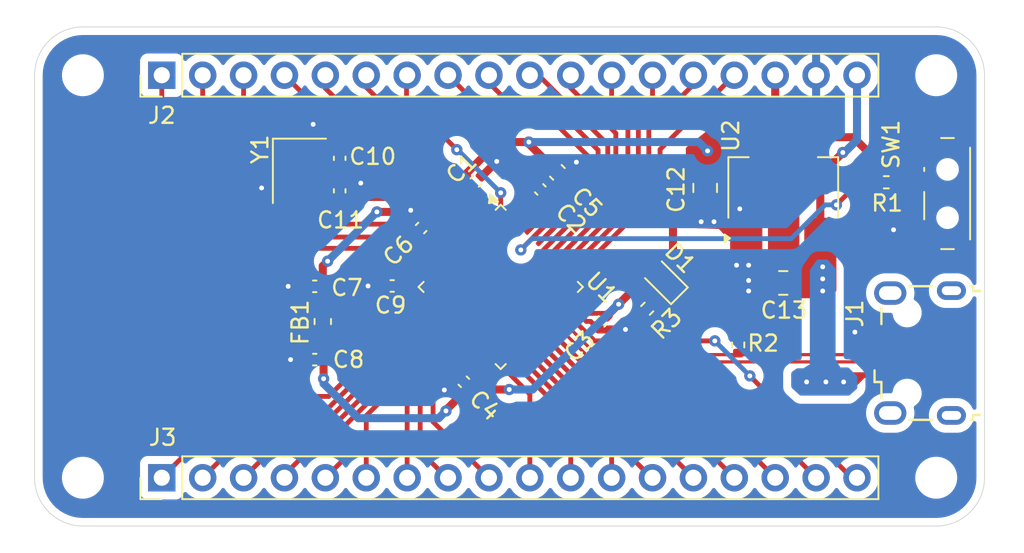
<source format=kicad_pcb>
(kicad_pcb (version 20241229) (generator "pcbnew") (generator_version "9.0")
  (layers (0 "F.Cu" signal) (2 "B.Cu" power) (13 "F.Paste" user) (15 "B.Paste" user) (5 "F.SilkS" user "F.Silkscreen") (7 "B.SilkS" user "B.Silkscreen") (1 "F.Mask" user) (3 "B.Mask" user) (25 "Edge.Cuts" user))
  (net 0 "")
  (net 1 "+3.3V")
  (net 2 "GND")
  (net 3 "+3.3VA")
  (net 4 "/NRST")
  (net 5 "/HSE_IN")
  (net 6 "/HSE_OUT")
  (net 7 "VBUS")
  (net 8 "/PWR_LED_K")
  (net 9 "/USB_D+")
  (net 10 "/USB_D-")
  (net 11 "/BOOT0")
  (net 12 "/SW_BOOT0")
  (net 18 "/PC15")
  (net 19 "/PB8")
  (net 20 "/PA0")
  (net 21 "/PC14")
  (net 22 "/PB6")
  (net 23 "/PB5")
  (net 24 "/PB9")
  (net 25 "/PA2")
  (net 26 "/PC13")
  (net 27 "/PB7")
  (net 28 "/PA15")
  (net 29 "/PA14")
  (net 30 "/PB4")
  (net 31 "/PB3")
  (net 32 "/PA1")
  (net 33 "/PA9")
  (net 34 "/PA7")
  (net 35 "/PA3")
  (net 36 "/PA8")
  (net 37 "/PB14")
  (net 38 "/PA6")
  (net 39 "/PB12")
  (net 40 "/PB15")
  (net 41 "/PB1")
  (net 42 "/PB2")
  (net 43 "/PA4")
  (net 44 "/PB11")
  (net 45 "/PB10")
  (net 46 "/PB13")
  (net 47 "/PA13")
  (net 48 "/PA10")
  (net 49 "/PA5")
  (net 50 "/PB0")
  (footprint "MountingHole:MountingHole_2.1mm" (layer "F.Cu") (at 83 114)
    (property "Reference" "H4" (hide yes))
    (property "Value" "MountingHole")
  )
  (footprint "Resistor_SMD:R_0402_1005Metric" (layer "F.Cu") (at 123.7 105.75 -90)
    (property "Reference" "R2")
    (property "Value" "1k5")
  )
  (footprint "Capacitor_SMD:C_0603_1608Metric" (layer "F.Cu") (at 112.471249 95.031909 -45)
    (property "Reference" "C5")
    (property "Value" "10u")
  )
  (footprint "Capacitor_SMD:C_0402_1005Metric" (layer "F.Cu") (at 97.4 102.112499 180)
    (property "Reference" "C7")
    (property "Value" "1u")
  )
  (footprint "Connector_PinHeader_2.54mm:PinHeader_1x18_P2.54mm_Vertical" (layer "F.Cu") (at 87.9 89 90)
    (property "Reference" "J2")
    (property "Value" "Conn_01x18")
  )
  (footprint "Package_QFP:LQFP-48_7x7mm_P0.5mm" (layer "F.Cu") (at 108.95 102.15 -45)
    (property "Reference" "U1")
    (property "Value" "STM32F103C8T6")
  )
  (footprint "MountingHole:MountingHole_2.1mm" (layer "F.Cu") (at 136 114)
    (property "Reference" "H3" (hide yes))
    (property "Value" "MountingHole")
  )
  (footprint "Connector_USB:USB_Micro-B_Wuerth_629105150521" (layer "F.Cu") (at 134.995 106.255 90)
    (property "Reference" "J1")
    (property "Value" "USB_B_Micro")
  )
  (footprint "Capacitor_SMD:C_0402_1005Metric" (layer "F.Cu") (at 98.95 96.18 90)
    (property "Reference" "C11")
    (property "Value" "10p")
  )
  (footprint "MountingHole:MountingHole_2.1mm" (layer "F.Cu") (at 83 89)
    (property "Reference" "H1" (hide yes))
    (property "Value" "MountingHole")
  )
  (footprint "MountingHole:MountingHole_2.1mm" (layer "F.Cu") (at 136 89)
    (property "Reference" "H2" (hide yes))
    (property "Value" "MountingHole")
  )
  (footprint "Connector_PinHeader_2.54mm:PinHeader_1x18_P2.54mm_Vertical" (layer "F.Cu") (at 87.9 114 90)
    (property "Reference" "J3")
    (property "Value" "Conn_01x18")
  )
  (footprint "Button_Switch_SMD:SW_SPDT_PCM12" (layer "F.Cu") (at 136.375 96.35 90)
    (property "Reference" "SW1")
    (property "Value" "SW_SPDT")
  )
  (footprint "Capacitor_SMD:C_0402_1005Metric" (layer "F.Cu") (at 102.210589 102.089411 180)
    (property "Reference" "C9")
    (property "Value" "100n")
  )
  (footprint "Capacitor_SMD:C_0402_1005Metric" (layer "F.Cu") (at 111.410589 96.092569 -45)
    (property "Reference" "C2")
    (property "Value" "100n")
  )
  (footprint "Capacitor_SMD:C_0402_1005Metric" (layer "F.Cu") (at 106.660589 108.039411 135)
    (property "Reference" "C4")
    (property "Value" "100n")
  )
  (footprint "Capacitor_SMD:C_0402_1005Metric" (layer "F.Cu") (at 98.95 94.16 90)
    (property "Reference" "C10")
    (property "Value" "10p")
  )
  (footprint "Resistor_SMD:R_0402_1005Metric" (layer "F.Cu") (at 118.05 103.5 -135)
    (property "Reference" "R3")
    (property "Value" "1k5")
  )
  (footprint "Package_TO_SOT_SMD:SOT-223-3_TabPin2" (layer "F.Cu") (at 126.5 96 90)
    (property "Reference" "U2")
    (property "Value" "AMS1117-3.3")
  )
  (footprint "Inductor_SMD:L_0603_1608Metric" (layer "F.Cu") (at 97.9 104.3 -90)
    (property "Reference" "FB1")
    (property "Value" "120R")
  )
  (footprint "Resistor_SMD:R_0402_1005Metric" (layer "F.Cu") (at 132.9 95.65 180)
    (property "Reference" "R1")
    (property "Value" "10k")
  )
  (footprint "Capacitor_SMD:C_0402_1005Metric" (layer "F.Cu") (at 115.210589 104.289411 -135)
    (property "Reference" "C3")
    (property "Value" "100n")
  )
  (footprint "Capacitor_SMD:C_0805_2012Metric" (layer "F.Cu") (at 121.65 96 -90)
    (property "Reference" "C12")
    (property "Value" "22u")
  )
  (footprint "Capacitor_SMD:C_0805_2012Metric" (layer "F.Cu") (at 126.5 101.9 180)
    (property "Reference" "C13")
    (property "Value" "22u")
  )
  (footprint "Crystal:Crystal_SMD_3225-4Pin_3.2x2.5mm" (layer "F.Cu") (at 96.45 94.94 -90)
    (property "Reference" "Y1")
    (property "Value" "16MHZ")
  )
  (footprint "LED_SMD:LED_0603_1608Metric" (layer "F.Cu") (at 119 101.65 135)
    (property "Reference" "D1")
    (property "Value" "BLUE")
  )
  (footprint "Capacitor_SMD:C_0402_1005Metric" (layer "F.Cu") (at 107.410589 95.589411 45)
    (property "Reference" "C1")
    (property "Value" "100n")
  )
  (footprint "Capacitor_SMD:C_0402_1005Metric" (layer "F.Cu") (at 104.010589 98.489411 45)
    (property "Reference" "C6")
    (property "Value" "10n")
  )
  (footprint "Capacitor_SMD:C_0402_1005Metric" (layer "F.Cu") (at 97.4 106.662499 180)
    (property "Reference" "C8")
    (property "Value" "1u")
  )
  (gr_arc (start 80 89) (mid 80.87868 86.87868) (end 83 86) (stroke (width 0.05)) (layer "Edge.Cuts"))
  (gr_arc (start 139 114) (mid 138.12132 116.12132) (end 136 117) (stroke (width 0.05)) (layer "Edge.Cuts"))
  (gr_line (start 80 114) (end 80 89) (stroke (width 0.05)) (layer "Edge.Cuts"))
  (gr_arc (start 136 86) (mid 138.12132 86.87868) (end 139 89) (stroke (width 0.05)) (layer "Edge.Cuts"))
  (gr_line (start 83 86) (end 136 86) (stroke (width 0.05)) (layer "Edge.Cuts"))
  (gr_line (start 83 117) (end 136 117) (stroke (width 0.05)) (layer "Edge.Cuts"))
  (gr_line (start 139 114) (end 139 89) (stroke (width 0.05)) (layer "Edge.Cuts"))
  (gr_arc (start 83 117) (mid 80.87868 116.12132) (end 80 114) (stroke (width 0.05)) (layer "Edge.Cuts"))
  (segment (start 111.410589 94.996553) (end 111.410589 95.413747) (width 0.5) (layer "F.Cu") (net 1))
  (segment (start 109.480025 108.519975) (end 107.141153 108.519975) (width 0.5) (layer "F.Cu") (net 1))
  (segment (start 107.021178 108.378822) (end 107 108.378822) (width 0.3) (layer "F.Cu") (net 1))
  (segment (start 110.710589 96.113747) (end 111.071178 95.753158) (width 0.3) (layer "F.Cu") (net 1))
  (segment (start 130.850001 92.850001) (end 126.5 92.850001) (width 0.5) (layer "F.Cu") (net 1))
  (segment (start 118.406847 101.093153) (end 116.275 103.225) (width 0.5) (layer "F.Cu") (net 1))
  (segment (start 110.7 93.15) (end 110.7 93.26066) (width 0.5) (layer "F.Cu") (net 1))
  (segment (start 114.478499 103.789411) (end 115.389411 103.789411) (width 0.3) (layer "F.Cu") (net 1))
  (segment (start 121.65 95.050001) (end 120.249999 95.050001) (width 0.5) (layer "F.Cu") (net 1))
  (segment (start 116.275 103.225) (end 116.275 103.160572) (width 0.5) (layer "F.Cu") (net 1))
  (segment (start 132.1 94.1) (end 130.850001 92.850001) (width 0.5) (layer "F.Cu") (net 1))
  (segment (start 111.923241 94.483901) (end 111.410589 94.996553) (width 0.5) (layer "F.Cu") (net 1))
  (segment (start 107.356805 107.632283) (end 107.356805 108.043195) (width 0.3) (layer "F.Cu") (net 1))
  (segment (start 97.9 105.087501) (end 97.9 106.642499) (width 0.5) (layer "F.Cu") (net 1))
  (segment (start 123.7 103.936306) (end 123.7 105.240001) (width 0.5) (layer "F.Cu") (net 1))
  (segment (start 109.46005 108.5) (end 109.480025 108.519975) (width 0.5) (layer "F.Cu") (net 1))
  (segment (start 110.543195 96.667717) (end 110.543197 96.667717) (width 0.3) (layer "F.Cu") (net 1))
  (segment (start 109.948788 97.262124) (end 110.543195 96.667717) (width 0.3) (layer "F.Cu") (net 1))
  (segment (start 107.356805 108.043195) (end 107.021178 108.378822) (width 0.3) (layer "F.Cu") (net 1))
  (segment (start 105.55 109.8) (end 106.971178 108.378822) (width 0.5) (layer "F.Cu") (net 1))
  (segment (start 107.510589 96.368233) (end 107.071178 95.928822) (width 0.3) (layer "F.Cu") (net 1))
  (segment (start 110.710589 96.500325) (end 110.710589 96.113747) (width 0.3) (layer "F.Cu") (net 1))
  (segment (start 115.389411 103.789411) (end 115.55 103.95) (width 0.3) (layer "F.Cu") (net 1))
  (segment (start 120.249999 95.050001) (end 119.65 95.65) (width 0.5) (layer "F.Cu") (net 1))
  (segment (start 113.837876 103.148788) (end 114.478499 103.789411) (width 0.3) (layer "F.Cu") (net 1))
  (segment (start 126 89) (end 126 92.350001) (width 0.5) (layer "F.Cu") (net 1))
  (segment (start 107.141153 108.519975) (end 107 108.378822) (width 0.5) (layer "F.Cu") (net 1))
  (segment (start 118.443153 101.093153) (end 118.406847 101.093153) (width 0.5) (layer "F.Cu") (net 1))
  (segment (start 116.275 103.225) (end 115.55 103.95) (width 0.5) (layer "F.Cu") (net 1))
  (segment (start 110.7 93.15) (end 108.775198 93.15) (width 0.5) (layer "F.Cu") (net 1))
  (segment (start 110.7 93.26066) (end 111.923241 94.483901) (width 0.5) (layer "F.Cu") (net 1))
  (segment (start 106.851975 95.709619) (end 107.071178 95.928822) (width 0.5) (layer "F.Cu") (net 1))
  (segment (start 97.95 107.85) (end 97.95 106.732499) (width 0.5) (layer "F.Cu") (net 1))
  (segment (start 97.88 106.73) (end 97.88 106.662499) (width 0.5) (layer "F.Cu") (net 1))
  (segment (start 119.65 95.65) (end 119.65 99.886306) (width 0.5) (layer "F.Cu") (net 1))
  (segment (start 134.945 94.1) (end 132.1 94.1) (width 0.5) (layer "F.Cu") (net 1))
  (segment (start 97.9 106.642499) (end 97.88 106.662499) (width 0.5) (layer "F.Cu") (net 1))
  (segment (start 105.55 109.85) (end 105.55 109.8) (width 0.5) (layer "F.Cu") (net 1))
  (segment (start 107.951212 97.262124) (end 107.510589 96.821501) (width 0.3) (layer "F.Cu") (net 1))
  (segment (start 108.775198 93.15) (end 106.851975 95.073223) (width 0.5) (layer "F.Cu") (net 1))
  (segment (start 107.510589 96.821501) (end 107.510589 96.368233) (width 0.3) (layer "F.Cu") (net 1))
  (segment (start 106.971178 108.378822) (end 107 108.378822) (width 0.5) (layer "F.Cu") (net 1))
  (segment (start 119.65 99.886306) (end 118.443153 101.093153) (width 0.5) (layer "F.Cu") (net 1))
  (segment (start 106.851975 95.073223) (end 106.851975 95.709619) (width 0.5) (layer "F.Cu") (net 1))
  (segment (start 126 92.350001) (end 126.5 92.850001) (width 0.5) (layer "F.Cu") (net 1))
  (segment (start 119.65 99.886306) (end 123.7 103.936306) (width 0.5) (layer "F.Cu") (net 1))
  (segment (start 97.95 106.732499) (end 97.88 106.662499) (width 0.5) (layer "F.Cu") (net 1))
  (segment (start 110.543197 96.667717) (end 110.710589 96.500325) (width 0.3) (layer "F.Cu") (net 1))
  (segment (start 111.410589 95.413747) (end 111.071178 95.753158) (width 0.5) (layer "F.Cu") (net 1))
  (segment (start 107.951212 107.037876) (end 107.356805 107.632283) (width 0.3) (layer "F.Cu") (net 1))
  (via (at 105.55 109.85) (size 0.7) (drill 0.3) (layers "F.Cu" "B.Cu") (net 1))
  (via (at 109.480025 108.519975) (size 0.7) (drill 0.3) (layers "F.Cu" "B.Cu") (net 1))
  (via (at 116.275 103.225) (size 0.7) (drill 0.3) (layers "F.Cu" "B.Cu") (net 1))
  (via (at 97.95 107.85) (size 0.7) (drill 0.3) (layers "F.Cu" "B.Cu") (net 1))
  (via (at 110.7 93.15) (size 0.7) (drill 0.3) (layers "F.Cu" "B.Cu") (net 1))
  (via (at 121.8 93.7) (size 0.7) (drill 0.3) (layers "F.Cu" "B.Cu") (net 1))
  (segment (start 97.95 108.15) (end 100.1 110.3) (width 0.5) (layer "B.Cu") (net 1))
  (segment (start 97.95 107.85) (end 97.95 108.15) (width 0.5) (layer "B.Cu") (net 1))
  (segment (start 110.930025 108.519975) (end 116.225 103.225) (width 0.5) (layer "B.Cu") (net 1))
  (segment (start 109.480025 108.519975) (end 110.930025 108.519975) (width 0.5) (layer "B.Cu") (net 1))
  (segment (start 121.25 93.15) (end 110.7 93.15) (width 0.5) (layer "B.Cu") (net 1))
  (segment (start 121.8 93.7) (end 121.25 93.15) (width 0.5) (layer "B.Cu") (net 1))
  (segment (start 116.225 103.225) (end 116.275 103.225) (width 0.5) (layer "B.Cu") (net 1))
  (segment (start 105.1 110.3) (end 105.55 109.85) (width 0.5) (layer "B.Cu") (net 1))
  (segment (start 100.1 110.3) (end 105.1 110.3) (width 0.5) (layer "B.Cu") (net 1))
  (segment (start 108.703285 94.353285) (end 107.80657 95.25) (width 0.5) (layer "F.Cu") (net 2))
  (segment (start 115.031767 104.789411) (end 114.871178 104.628822) (width 0.5) (layer "F.Cu") (net 2))
  (segment (start 113.484322 103.502342) (end 114.271391 104.289411) (width 0.3) (layer "F.Cu") (net 2))
  (segment (start 97.3 92.05) (end 97.3 93.84) (width 0.5) (layer "F.Cu") (net 2))
  (segment (start 104.610589 98.871249) (end 105.476338 99.736998) (width 0.3) (layer "F.Cu") (net 2))
  (segment (start 116.7 104.789411) (end 115.031767 104.789411) (width 0.5) (layer "F.Cu") (net 2))
  (segment (start 112.410589 96.189411) (end 112.410589 96.188585) (width 0.5) (layer "F.Cu") (net 2))
  (segment (start 111.292569 96.889411) (end 111.75 96.43198) (width 0.3) (layer "F.Cu") (net 2))
  (segment (start 103.588136 97.388136) (end 104.35 98.15) (width 0.5) (layer "F.Cu") (net 2))
  (segment (start 96.92 106.662499) (end 95.9 106.662499) (width 0.5) (layer "F.Cu") (net 2))
  (segment (start 114.271391 104.289411) (end 114.531767 104.289411) (width 0.3) (layer "F.Cu") (net 2))
  (segment (start 97.46 93.68) (end 97.3 93.84) (width 0.5) (layer "F.Cu") (net 2))
  (segment (start 107.597658 106.684322) (end 106.842569 107.439411) (width 0.3) (layer "F.Cu") (net 2))
  (segment (start 101.730589 102.089411) (end 100.710589 102.089411) (width 0.5) (layer "F.Cu") (net 2))
  (segment (start 106.581767 107.439411) (end 106.321178 107.7) (width 0.3) (layer "F.Cu") (net 2))
  (segment (start 98.95 93.68) (end 97.46 93.68) (width 0.5) (layer "F.Cu") (net 2))
  (segment (start 112.410589 96.189411) (end 111.992569 96.189411) (width 0.5) (layer "F.Cu") (net 2))
  (segment (start 110.302342 97.615678) (end 111.028609 96.889411) (width 0.3) (layer "F.Cu") (net 2))
  (segment (start 111.992569 96.189411) (end 111.75 96.43198) (width 0.5) (layer "F.Cu") (net 2))
  (segment (start 104.35 98.15) (end 104.610589 98.410589) (width 0.3) (layer "F.Cu") (net 2))
  (segment (start 94.1 96) (end 94.14 96.04) (width 0.5) (layer "F.Cu") (net 2))
  (segment (start 106.3 107.7) (end 105.45 108.55) (width 0.5) (layer "F.Cu") (net 2))
  (segment (start 112.410589 96.188585) (end 113.019257 95.579917) (width 0.5) (layer "F.Cu") (net 2))
  (segment (start 117.568163 103.921248) (end 116.7 104.789411) (width 0.5) (layer "F.Cu") (net 2))
  (segment (start 106.321178 107.7) (end 106.3 107.7) (width 0.5) (layer "F.Cu") (net 2))
  (segment (start 94.14 96.04) (end 95.6 96.04) (width 0.5) (layer "F.Cu") (net 2))
  (segment (start 103.361864 97.388136) (end 103.588136 97.388136) (width 0.5) (layer "F.Cu") (net 2))
  (segment (start 113.65 94.949174) (end 113.019257 95.579917) (width 0.5) (layer "F.Cu") (net 2))
  (segment (start 100.26 95.7) (end 98.95 95.7) (width 0.5) (layer "F.Cu") (net 2))
  (segment (start 96.92 102.112499) (end 95.75 102.112499) (width 0.5) (layer "F.Cu") (net 2))
  (segment (start 130.95 104.955) (end 133.095 104.955) (width 0.3) (layer "F.Cu") (net 2))
  (segment (start 106.842569 107.439411) (end 106.581767 107.439411) (width 0.3) (layer "F.Cu") (net 2))
  (segment (start 104.610589 98.410589) (end 104.610589 98.871249) (width 0.3) (layer "F.Cu") (net 2))
  (segment (start 107.80657 95.25) (end 107.75 95.25) (width 0.5) (layer "F.Cu") (net 2))
  (segment (start 113.65 94.4) (end 113.65 94.949174) (width 0.5) (layer "F.Cu") (net 2))
  (segment (start 133.35 98.6) (end 134.945 98.6) (width 0.5) (layer "F.Cu") (net 2))
  (segment (start 114.531767 104.289411) (end 114.871178 104.628822) (width 0.3) (layer "F.Cu") (net 2))
  (segment (start 111.028609 96.889411) (end 111.292569 96.889411) (width 0.3) (layer "F.Cu") (net 2))
  (via (at 108.703285 94.353285) (size 0.7) (drill 0.3) (layers "F.Cu" "B.Cu") (net 2))
  (via (at 123.6 100.8) (size 0.7) (drill 0.3) (layers "F.Cu" "B.Cu") (net 2))
  (via (at 121.4 98.1) (size 0.7) (drill 0.3) (layers "F.Cu" "B.Cu") (net 2))
  (via (at 94.1 96) (size 0.7) (drill 0.3) (layers "F.Cu" "B.Cu") (net 2))
  (via (at 100.710589 102.089411) (size 0.7) (drill 0.3) (layers "F.Cu" "B.Cu") (net 2))
  (via (at 97.3 92.05) (size 0.7) (drill 0.3) (layers "F.Cu" "B.Cu") (net 2))
  (via (at 124.35 100.8) (size 0.7) (drill 0.3) (layers "F.Cu" "B.Cu") (net 2))
  (via (at 103.361864 97.388136) (size 0.7) (drill 0.3) (layers "F.Cu" "B.Cu") (net 2))
  (via (at 95.9 106.662499) (size 0.7) (drill 0.3) (layers "F.Cu" "B.Cu") (net 2))
  (via (at 122.2 98.1) (size 0.7) (drill 0.3) (layers "F.Cu" "B.Cu") (net 2))
  (via (at 116.7 104.789411) (size 0.7) (drill 0.3) (layers "F.Cu" "B.Cu") (net 2))
  (via (at 105.45 108.55) (size 0.7) (drill 0.3) (layers "F.Cu" "B.Cu") (net 2))
  (via (at 133.35 98.6) (size 0.7) (drill 0.3) (layers "F.Cu" "B.Cu") (net 2))
  (via (at 124.35 102.4) (size 0.7) (drill 0.3) (layers "F.Cu" "B.Cu") (net 2))
  (via (at 113.65 94.4) (size 0.7) (drill 0.3) (layers "F.Cu" "B.Cu") (net 2))
  (via (at 100.26 95.7) (size 0.7) (drill 0.3) (layers "F.Cu" "B.Cu") (net 2))
  (via (at 123.8 97.3) (size 0.7) (drill 0.3) (layers "F.Cu" "B.Cu") (net 2))
  (via (at 95.75 102.112499) (size 0.7) (drill 0.3) (layers "F.Cu" "B.Cu") (net 2))
  (via (at 124.35 101.75) (size 0.7) (drill 0.3) (layers "F.Cu" "B.Cu") (net 2))
  (via (at 130.95 104.955) (size 0.7) (drill 0.3) (layers "F.Cu" "B.Cu") (net 2))
  (segment (start 97.9 103.512499) (end 97.9 102.132499) (width 0.5) (layer "F.Cu") (net 3))
  (segment (start 97.9 102.132499) (end 97.88 102.112499) (width 0.5) (layer "F.Cu") (net 3))
  (segment (start 102.331767 97.489411) (end 101.260589 97.489411) (width 0.5) (layer "F.Cu") (net 3))
  (segment (start 103.671178 98.828822) (end 102.331767 97.489411) (width 0.5) (layer "F.Cu") (net 3))
  (segment (start 97.9 100.85) (end 97.9 102.092499) (width 0.5) (layer "F.Cu") (net 3))
  (segment (start 98.2 100.55) (end 97.9 100.85) (width 0.5) (layer "F.Cu") (net 3))
  (segment (start 104.221645 99.189411) (end 105.122785 100.090551) (width 0.3) (layer "F.Cu") (net 3))
  (segment (start 103.671178 98.828822) (end 104.031767 99.189411) (width 0.3) (layer "F.Cu") (net 3))
  (segment (start 97.9 102.092499) (end 97.88 102.112499) (width 0.5) (layer "F.Cu") (net 3))
  (segment (start 104.031767 99.189411) (end 104.221645 99.189411) (width 0.3) (layer "F.Cu") (net 3))
  (via (at 98.2 100.55) (size 0.7) (drill 0.3) (layers "F.Cu" "B.Cu") (net 3))
  (via (at 101.260589 97.489411) (size 0.7) (drill 0.3) (layers "F.Cu" "B.Cu") (net 3))
  (segment (start 98.2 100.55) (end 101.260589 97.489411) (width 0.5) (layer "B.Cu") (net 3))
  (segment (start 102.690589 102.089411) (end 102.700351 102.099173) (width 0.3) (layer "F.Cu") (net 4))
  (segment (start 104.652121 102.099173) (end 106.424299 100.326995) (width 0.3) (layer "F.Cu") (net 4))
  (segment (start 102.700351 102.099173) (end 104.652121 102.099173) (width 0.3) (layer "F.Cu") (net 4))
  (segment (start 106.424299 99.977853) (end 105.829891 99.383445) (width 0.3) (layer "F.Cu") (net 4))
  (segment (start 106.424299 100.326995) (end 106.424299 99.977853) (width 0.3) (layer "F.Cu") (net 4))
  (segment (start 95.6 94.14) (end 95.6 93.84) (width 0.3) (layer "F.Cu") (net 5))
  (segment (start 98.95 94.64) (end 98.65 94.94) (width 0.3) (layer "F.Cu") (net 5))
  (segment (start 106.536998 98.676338) (end 106.536998 98.676337) (width 0.3) (layer "F.Cu") (net 5))
  (segment (start 106.536998 98.676338) (end 102.50066 94.64) (width 0.3) (layer "F.Cu") (net 5))
  (segment (start 96.4 94.94) (end 95.6 94.14) (width 0.3) (layer "F.Cu") (net 5))
  (segment (start 98.65 94.94) (end 96.4 94.94) (width 0.3) (layer "F.Cu") (net 5))
  (segment (start 102.50066 94.64) (end 98.95 94.64) (width 0.3) (layer "F.Cu") (net 5))
  (segment (start 106.183445 99.029891) (end 103.813554 96.66) (width 0.3) (layer "F.Cu") (net 6))
  (segment (start 103.813554 96.66) (end 98.95 96.66) (width 0.3) (layer "F.Cu") (net 6))
  (segment (start 97.92 96.66) (end 97.3 96.04) (width 0.3) (layer "F.Cu") (net 6))
  (segment (start 98.95 96.66) (end 97.92 96.66) (width 0.3) (layer "F.Cu") (net 6))
  (segment (start 128.8 95.2) (end 128.8 99.15) (width 0.5) (layer "F.Cu") (net 7))
  (segment (start 131.08 89) (end 131.1 89.02) (width 0.5) (layer "F.Cu") (net 7))
  (segment (start 130.2 93.8) (end 128.8 95.2) (width 0.5) (layer "F.Cu") (net 7))
  (via (at 128.95 100.9) (size 0.7) (drill 0.3) (layers "F.Cu" "B.Cu") (net 7))
  (via (at 128.95 101.65) (size 0.7) (drill 0.3) (layers "F.Cu" "B.Cu") (net 7))
  (via (at 130.25 108.05) (size 0.7) (drill 0.3) (layers "F.Cu" "B.Cu") (net 7))
  (via (at 127.95 108.05) (size 0.7) (drill 0.3) (layers "F.Cu" "B.Cu") (net 7))
  (via (at 129.15 108.05) (size 0.7) (drill 0.3) (layers "F.Cu" "B.Cu") (net 7))
  (via (at 128.95 102.4) (size 0.7) (drill 0.3) (layers "F.Cu" "B.Cu") (net 7))
  (via (at 130.2 93.8) (size 0.7) (drill 0.3) (layers "F.Cu" "B.Cu") (net 7))
  (segment (start 131.08 93.02) (end 131.08 89) (width 0.5) (layer "B.Cu") (net 7))
  (segment (start 130.3 93.8) (end 131.08 93.02) (width 0.5) (layer "B.Cu") (net 7))
  (segment (start 130.2 93.8) (end 130.3 93.8) (width 0.5) (layer "B.Cu") (net 7))
  (segment (start 119.343153 102.206847) (end 119.556847 102.206847) (width 0.5) (layer "F.Cu") (net 8))
  (segment (start 118.410624 103.139376) (end 119.343153 102.206847) (width 0.5) (layer "F.Cu") (net 8))
  (segment (start 114.88741 106.355) (end 132.019999 106.355) (width 0.2) (layer "F.Cu") (net 9))
  (segment (start 132.119999 106.255) (end 133.095 106.255) (width 0.2) (layer "F.Cu") (net 9))
  (segment (start 112.777215 104.209449) (end 113.411449 104.843683) (width 0.2) (layer "F.Cu") (net 9))
  (segment (start 132.019999 106.355) (end 132.119999 106.255) (width 0.2) (layer "F.Cu") (net 9))
  (segment (start 113.411449 104.879039) (end 114.88741 106.355) (width 0.2) (layer "F.Cu") (net 9))
  (segment (start 113.411449 104.843683) (end 113.411449 104.879039) (width 0.2) (layer "F.Cu") (net 9))
  (segment (start 112.423662 104.563002) (end 113.057896 105.197236) (width 0.2) (layer "F.Cu") (net 10))
  (segment (start 132.119999 106.905) (end 133.095 106.905) (width 0.2) (layer "F.Cu") (net 10))
  (segment (start 114.701016 106.805) (end 132.019999 106.805) (width 0.2) (layer "F.Cu") (net 10))
  (segment (start 113.057896 105.197236) (end 113.093252 105.197236) (width 0.2) (layer "F.Cu") (net 10))
  (segment (start 113.093252 105.197236) (end 114.701016 106.805) (width 0.2) (layer "F.Cu") (net 10))
  (segment (start 132.019999 106.805) (end 132.119999 106.905) (width 0.2) (layer "F.Cu") (net 10))
  (segment (start 110.2 99.83934) (end 111.363002 98.676338) (width 0.3) (layer "F.Cu") (net 11))
  (segment (start 110.2 99.85) (end 110.2 99.83934) (width 0.3) (layer "F.Cu") (net 11))
  (segment (start 129.8 97.05) (end 131.25 95.6) (width 0.3) (layer "F.Cu") (net 11))
  (segment (start 131.25 95.6) (end 132.340001 95.6) (width 0.3) (layer "F.Cu") (net 11))
  (segment (start 132.340001 95.6) (end 132.390001 95.65) (width 0.3) (layer "F.Cu") (net 11))
  (via (at 129.8 97.05) (size 0.7) (drill 0.3) (layers "F.Cu" "B.Cu") (net 11))
  (via (at 110.2 99.85) (size 0.7) (drill 0.3) (layers "F.Cu" "B.Cu") (net 11))
  (segment (start 129.1 97.05) (end 127 99.15) (width 0.3) (layer "B.Cu") (net 11))
  (segment (start 127 99.15) (end 110.9 99.15) (width 0.3) (layer "B.Cu") (net 11))
  (segment (start 110.9 99.15) (end 110.2 99.85) (width 0.3) (layer "B.Cu") (net 11))
  (segment (start 129.8 97.05) (end 129.1 97.05) (width 0.3) (layer "B.Cu") (net 11))
  (segment (start 134.895 95.65) (end 134.945 95.6) (width 0.3) (layer "F.Cu") (net 12))
  (segment (start 133.409999 95.65) (end 134.895 95.65) (width 0.3) (layer "F.Cu") (net 12))
  (segment (start 100.17 93.65) (end 95.52 89) (width 0.3) (layer "F.Cu") (net 18))
  (segment (start 106.890551 98.322785) (end 106.296144 97.728378) (width 0.3) (layer "F.Cu") (net 18))
  (segment (start 102.217767 93.65) (end 100.17 93.65) (width 0.3) (layer "F.Cu") (net 18))
  (segment (start 106.296144 97.728377) (end 102.217767 93.65) (width 0.3) (layer "F.Cu") (net 18))
  (segment (start 106.296144 97.728378) (end 106.296144 97.728377) (width 0.3) (layer "F.Cu") (net 18))
  (segment (start 111.603856 97.728378) (end 112.310962 97.728378) (width 0.3) (layer "F.Cu") (net 19))
  (segment (start 111.009449 98.322785) (end 111.603856 97.728378) (width 0.3) (layer "F.Cu") (net 19))
  (segment (start 114.35 95.68934) (end 114.35 94) (width 0.3) (layer "F.Cu") (net 19))
  (segment (start 112.310962 97.728378) (end 114.35 95.68934) (width 0.3) (layer "F.Cu") (net 19))
  (segment (start 114.35 94) (end 112.5 92.15) (width 0.3) (layer "F.Cu") (net 19))
  (segment (start 108.83 92.15) (end 105.68 89) (width 0.3) (layer "F.Cu") (net 19))
  (segment (start 112.5 92.15) (end 108.83 92.15) (width 0.3) (layer "F.Cu") (net 19))
  (segment (start 92.98 96.18) (end 92.98 89) (width 0.3) (layer "F.Cu") (net 20))
  (segment (start 104.014537 99.689411) (end 103.489411 99.689411) (width 0.3) (layer "F.Cu") (net 20))
  (segment (start 103.489411 99.689411) (end 102.05 98.25) (width 0.3) (layer "F.Cu") (net 20))
  (segment (start 95.05 98.25) (end 92.98 96.18) (width 0.3) (layer "F.Cu") (net 20))
  (segment (start 92.9 89.08) (end 92.98 89) (width 0.3) (layer "F.Cu") (net 20))
  (segment (start 104.769231 100.444105) (end 104.312564 99.987436) (width 0.3) (layer "F.Cu") (net 20))
  (segment (start 104.769231 100.444105) (end 104.014537 99.689411) (width 0.3) (layer "F.Cu") (net 20))
  (segment (start 102.05 98.25) (end 95.05 98.25) (width 0.3) (layer "F.Cu") (net 20))
  (segment (start 102.174874 92.9) (end 101.15 92.9) (width 0.3) (layer "F.Cu") (net 21))
  (segment (start 107.244105 97.969231) (end 102.174874 92.9) (width 0.3) (layer "F.Cu") (net 21))
  (segment (start 98.06 89.81) (end 98.06 89) (width 0.3) (layer "F.Cu") (net 21))
  (segment (start 101.15 92.9) (end 98.06 89.81) (width 0.3) (layer "F.Cu") (net 21))
  (segment (start 115.6 93.3) (end 111.3 89) (width 0.3) (layer "F.Cu") (net 22))
  (segment (start 115.6 95.853554) (end 115.6 93.3) (width 0.3) (layer "F.Cu") (net 22))
  (segment (start 112.070109 99.383445) (end 115.6 95.853554) (width 0.3) (layer "F.Cu") (net 22))
  (segment (start 111.3 89) (end 110.76 89) (width 0.3) (layer "F.Cu") (net 22))
  (segment (start 116.1 92.6) (end 113.3 89.8) (width 0.3) (layer "F.Cu") (net 23))
  (segment (start 112.423662 99.736998) (end 116.1 96.06066) (width 0.3) (layer "F.Cu") (net 23))
  (segment (start 113.3 89.8) (end 113.3 89) (width 0.3) (layer "F.Cu") (net 23))
  (segment (start 116.1 96.06066) (end 116.1 92.6) (width 0.3) (layer "F.Cu") (net 23))
  (segment (start 106.225 93.625) (end 103.1 90.5) (width 0.3) (layer "F.Cu") (net 24))
  (segment (start 110.061489 98.563639) (end 110.655895 97.969231) (width 0.3) (layer "F.Cu") (net 24))
  (segment (start 103.1 89.33) (end 103.14 89.29) (width 0.3) (layer "F.Cu") (net 24))
  (segment (start 108.95 97.998197) (end 109.515442 98.563639) (width 0.3) (layer "F.Cu") (net 24))
  (segment (start 103.1 90.5) (end 103.1 89.33) (width 0.3) (layer "F.Cu") (net 24))
  (segment (start 108.95 96.3) (end 108.95 97.998197) (width 0.3) (layer "F.Cu") (net 24))
  (segment (start 109.515442 98.563639) (end 110.061489 98.563639) (width 0.3) (layer "F.Cu") (net 24))
  (segment (start 103.14 89.29) (end 103.14 89) (width 0.3) (layer "F.Cu") (net 24))
  (via (at 106.225 93.625) (size 0.7) (drill 0.3) (layers "F.Cu" "B.Cu") (net 24))
  (via (at 108.95 96.3) (size 0.7) (drill 0.3) (layers "F.Cu" "B.Cu") (net 24))
  (segment (start 106.225 93.625) (end 106.275 93.625) (width 0.3) (layer "B.Cu") (net 24))
  (segment (start 106.275 93.625) (end 108.95 96.3) (width 0.3) (layer "B.Cu") (net 24))
  (segment (start 93.75 99.75) (end 87.9 93.9) (width 0.3) (layer "F.Cu") (net 25))
  (segment (start 101.85 99.75) (end 93.75 99.75) (width 0.3) (layer "F.Cu") (net 25))
  (segment (start 102.789411 100.689411) (end 101.85 99.75) (width 0.3) (layer "F.Cu") (net 25))
  (segment (start 104.062124 101.151212) (end 103.600323 100.689411) (width 0.3) (layer "F.Cu") (net 25))
  (segment (start 87.9 93.9) (end 87.9 89) (width 0.3) (layer "F.Cu") (net 25))
  (segment (start 103.600323 100.689411) (end 102.789411 100.689411) (width 0.3) (layer "F.Cu") (net 25))
  (segment (start 102.6 91.75) (end 100.6 89.75) (width 0.3) (layer "F.Cu") (net 26))
  (segment (start 100.6 89.75) (end 100.6 89) (width 0.3) (layer "F.Cu") (net 26))
  (segment (start 107.597658 97.615678) (end 102.6 92.61802) (width 0.3) (layer "F.Cu") (net 26))
  (segment (start 102.6 92.61802) (end 102.6 91.75) (width 0.3) (layer "F.Cu") (net 26))
  (segment (start 112.65 91.3) (end 110.05 91.3) (width 0.3) (layer "F.Cu") (net 27))
  (segment (start 115 93.65) (end 112.65 91.3) (width 0.3) (layer "F.Cu") (net 27))
  (segment (start 115 95.746446) (end 115 93.65) (width 0.3) (layer "F.Cu") (net 27))
  (segment (start 108.22 89.47) (end 108.22 89) (width 0.3) (layer "F.Cu") (net 27))
  (segment (start 110.05 91.3) (end 108.22 89.47) (width 0.3) (layer "F.Cu") (net 27))
  (segment (start 111.716555 99.029891) (end 115 95.746446) (width 0.3) (layer "F.Cu") (net 27))
  (segment (start 113.484322 100.797658) (end 118.15 96.13198) (width 0.3) (layer "F.Cu") (net 28))
  (segment (start 118.15 96.13198) (end 118.15 92.35) (width 0.3) (layer "F.Cu") (net 28))
  (segment (start 120.92 89.58) (end 120.92 89) (width 0.3) (layer "F.Cu") (net 28))
  (segment (start 118.15 92.35) (end 120.92 89.58) (width 0.3) (layer "F.Cu") (net 28))
  (segment (start 113.837876 101.151212) (end 118.85 96.139088) (width 0.3) (layer "F.Cu") (net 29))
  (segment (start 118.85 93.61) (end 123.46 89) (width 0.3) (layer "F.Cu") (net 29))
  (segment (start 118.85 96.139088) (end 118.85 93.61) (width 0.3) (layer "F.Cu") (net 29))
  (segment (start 116.85 96.017767) (end 116.85 91.6) (width 0.3) (layer "F.Cu") (net 30))
  (segment (start 116.85 91.6) (end 115.84 90.59) (width 0.3) (layer "F.Cu") (net 30))
  (segment (start 112.777215 100.090551) (end 116.85 96.017767) (width 0.3) (layer "F.Cu") (net 30))
  (segment (start 115.84 90.59) (end 115.84 89) (width 0.3) (layer "F.Cu") (net 30))
  (segment (start 113.130769 100.444105) (end 117.5 96.074874) (width 0.3) (layer "F.Cu") (net 31))
  (segment (start 118.38 90.745) (end 118.38 89) (width 0.3) (layer "F.Cu") (net 31))
  (segment (start 117.5 91.625) (end 118.38 90.745) (width 0.3) (layer "F.Cu") (net 31))
  (segment (start 117.5 96.074874) (end 117.5 91.625) (width 0.3) (layer "F.Cu") (net 31))
  (segment (start 94.5 99.05) (end 90.44 94.99) (width 0.3) (layer "F.Cu") (net 32))
  (segment (start 103.807431 100.189411) (end 103.189411 100.189411) (width 0.3) (layer "F.Cu") (net 32))
  (segment (start 102.05 99.05) (end 94.5 99.05) (width 0.3) (layer "F.Cu") (net 32))
  (segment (start 103.189411 100.189411) (end 102.05 99.05) (width 0.3) (layer "F.Cu") (net 32))
  (segment (start 90.44 94.99) (end 90.44 89) (width 0.3) (layer "F.Cu") (net 32))
  (segment (start 104.415678 100.797658) (end 103.807431 100.189411) (width 0.3) (layer "F.Cu") (net 32))
  (segment (start 119.95 107.95) (end 126 114) (width 0.3) (layer "F.Cu") (net 33))
  (segment (start 114.396446 107.95) (end 119.95 107.95) (width 0.3) (layer "F.Cu") (net 33))
  (segment (start 111.716555 105.270109) (end 114.396446 107.95) (width 0.3) (layer "F.Cu") (net 33))
  (segment (start 99.35 110.68934) (end 99.35 112.71) (width 0.3) (layer "F.Cu") (net 34))
  (segment (start 99.35 112.71) (end 98.06 114) (width 0.3) (layer "F.Cu") (net 34))
  (segment (start 105.476338 104.563002) (end 99.35 110.68934) (width 0.3) (layer "F.Cu") (net 34))
  (segment (start 92.95 108.95) (end 87.9 114) (width 0.3) (layer "F.Cu") (net 35))
  (segment (start 104.062124 103.148788) (end 98.260912 108.95) (width 0.3) (layer "F.Cu") (net 35))
  (segment (start 98.260912 108.95) (end 92.95 108.95) (width 0.3) (layer "F.Cu") (net 35))
  (segment (start 111.363002 105.623662) (end 114.28934 108.55) (width 0.3) (layer "F.Cu") (net 36))
  (segment (start 114.28934 108.55) (end 118.01 108.55) (width 0.3) (layer "F.Cu") (net 36))
  (segment (start 118.01 108.55) (end 123.46 114) (width 0.3) (layer "F.Cu") (net 36))
  (segment (start 110.655895 106.330769) (end 118.325126 114) (width 0.3) (layer "F.Cu") (net 37))
  (segment (start 118.325126 114) (end 118.38 114) (width 0.3) (layer "F.Cu") (net 37))
  (segment (start 105.122785 104.209449) (end 95.52 113.812234) (width 0.3) (layer "F.Cu") (net 38))
  (segment (start 95.52 113.812234) (end 95.52 114) (width 0.3) (layer "F.Cu") (net 38))
  (segment (start 113.3 110.389088) (end 113.3 114) (width 0.3) (layer "F.Cu") (net 39))
  (segment (start 109.948788 107.037876) (end 113.3 110.389088) (width 0.3) (layer "F.Cu") (net 39))
  (segment (start 116.07 109.15) (end 120.92 114) (width 0.3) (layer "F.Cu") (net 40))
  (segment (start 114.182234 109.15) (end 116.07 109.15) (width 0.3) (layer "F.Cu") (net 40))
  (segment (start 111.009449 105.977215) (end 114.182234 109.15) (width 0.3) (layer "F.Cu") (net 40))
  (segment (start 103.14 114) (end 103.14 108.313554) (width 0.3) (layer "F.Cu") (net 41))
  (segment (start 103.14 108.313554) (end 106.183445 105.270109) (width 0.3) (layer "F.Cu") (net 41))
  (segment (start 106.536997 105.623662) (end 103.95 108.210659) (width 0.3) (layer "F.Cu") (net 42))
  (segment (start 103.95 112.35) (end 105.6 114) (width 0.3) (layer "F.Cu") (net 42))
  (segment (start 105.6 114) (end 105.68 114) (width 0.3) (layer "F.Cu") (net 42))
  (segment (start 103.95 108.210659) (end 103.95 112.35) (width 0.3) (layer "F.Cu") (net 42))
  (segment (start 106.536998 105.623662) (end 106.536997 105.623662) (width 0.3) (layer "F.Cu") (net 42))
  (segment (start 104.415678 103.502342) (end 97.91802 110) (width 0.3) (layer "F.Cu") (net 43))
  (segment (start 94.44 110) (end 90.44 114) (width 0.3) (layer "F.Cu") (net 43))
  (segment (start 97.91802 110) (end 94.44 110) (width 0.3) (layer "F.Cu") (net 43))
  (segment (start 107.838511 105.736361) (end 108.187655 105.736361) (width 0.3) (layer "F.Cu") (net 44))
  (segment (start 110.76 108.81) (end 110.76 114) (width 0.3) (layer "F.Cu") (net 44))
  (segment (start 109.000827 107.050827) (end 110.76 108.81) (width 0.3) (layer "F.Cu") (net 44))
  (segment (start 107.244105 106.330769) (end 107.838511 105.736361) (width 0.3) (layer "F.Cu") (net 44))
  (segment (start 108.187655 105.736361) (end 109.000827 106.549533) (width 0.3) (layer "F.Cu") (net 44))
  (segment (start 109.000827 106.549533) (end 109.000827 107.050827) (width 0.3) (layer "F.Cu") (net 44))
  (segment (start 104.75 110.53) (end 108.22 114) (width 0.3) (layer "F.Cu") (net 45))
  (segment (start 106.890551 105.977215) (end 104.75 108.117766) (width 0.3) (layer "F.Cu") (net 45))
  (segment (start 104.75 108.117766) (end 104.75 110.53) (width 0.3) (layer "F.Cu") (net 45))
  (segment (start 110.302342 106.684322) (end 115.84 112.22198) (width 0.3) (layer "F.Cu") (net 46))
  (segment (start 115.84 112.22198) (end 115.84 114) (width 0.3) (layer "F.Cu") (net 46))
  (segment (start 113.130769 103.855895) (end 114.774874 105.5) (width 0.3) (layer "F.Cu") (net 47))
  (segment (start 131 114) (end 131.08 114) (width 0.3) (layer "F.Cu") (net 47))
  (segment (start 114.774874 105.5) (end 122.25 105.5) (width 0.3) (layer "F.Cu") (net 47))
  (segment (start 130.75 114) (end 131.08 114) (width 0.3) (layer "F.Cu") (net 47))
  (segment (start 124.425 107.675) (end 130.75 114) (width 0.3) (layer "F.Cu") (net 47))
  (via (at 122.25 105.5) (size 0.7) (drill 0.3) (layers "F.Cu" "B.Cu") (net 47))
  (via (at 124.425 107.675) (size 0.7) (drill 0.3) (layers "F.Cu" "B.Cu") (net 47))
  (segment (start 124.425 107.675) (end 122.25 105.5) (width 0.3) (layer "B.Cu") (net 47))
  (segment (start 112.070109 104.916555) (end 114.503554 107.35) (width 0.3) (layer "F.Cu") (net 48))
  (segment (start 114.503554 107.35) (end 121.89 107.35) (width 0.3) (layer "F.Cu") (net 48))
  (segment (start 121.89 107.35) (end 128.54 114) (width 0.3) (layer "F.Cu") (net 48))
  (segment (start 96.13 110.85) (end 92.98 114) (width 0.3) (layer "F.Cu") (net 49))
  (segment (start 97.775126 110.85) (end 96.13 110.85) (width 0.3) (layer "F.Cu") (net 49))
  (segment (start 104.769231 103.855895) (end 97.775126 110.85) (width 0.3) (layer "F.Cu") (net 49))
  (segment (start 100.6 110.146446) (end 100.6 114) (width 0.3) (layer "F.Cu") (net 50))
  (segment (start 105.829891 104.916555) (end 100.6 110.146446) (width 0.3) (layer "F.Cu") (net 50))
  (zone (net 2) (net_name "GND") (layer "F.Cu") (priority 1) (connect_pads yes (clearance 0.3)) (min_thickness 0.25) (fill yes (thermal_gap 0.5) (thermal_bridge_width 0.5))
    (polygon (pts (xy 126.3 101.3) (xy 126 100.95) (xy 125.55 100.95) (xy 125.2 100.45) (xy 125.2 97.65) (xy 123.95 96.2) (xy 121.05 96.2) (xy 120.7 96.45) (xy 120.7 98.1) (xy 121.1 98.5) (xy 122.5 98.55) (xy 123.2 99.3) (xy 123.2 102.1) (xy 124.2 102.85) (xy 126.05 102.85) (xy 126.3 102.5)))
  )
  (zone (net 7) (net_name "VBUS") (layer "F.Cu") (priority 2) (connect_pads yes (clearance 0.3)) (min_thickness 0.25) (fill yes (thermal_gap 0.5) (thermal_bridge_width 0.5))
    (polygon (pts (xy 126.7 102.4) (xy 126.7 101.15) (xy 127.1 100.9) (xy 127.45 100.9) (xy 127.8 100.65) (xy 127.8 98.2) (xy 128.25 97.85) (xy 129.45 97.85) (xy 129.8 98.2) (xy 129.8 102.41) (xy 129.25 102.85) (xy 127.35 102.85) (xy 126.9 102.85)))
  )
  (zone (net 1) (net_name "+3.3V") (layer "F.Cu") (priority 5) (connect_pads yes (clearance 0.3)) (min_thickness 0.25) (fill yes (thermal_gap 0.5) (thermal_bridge_width 0.5))
    (polygon (pts (xy 122.7 91.7) (xy 120.45 93.5) (xy 120.45 95.6) (xy 120.9 95.9) (xy 124 95.9) (xy 125.55 97.65) (xy 125.55 99.95) (xy 126.05 100.35) (xy 126.95 100.35) (xy 127.5 99.96588) (xy 127.5 95.242307) (xy 128.85 94.1) (xy 128.85 92.3) (xy 128.15 91.7)))
  )
  (zone (net 7) (net_name "VBUS") (layer "F.Cu") (priority 4) (connect_pads yes (clearance 0.3)) (min_thickness 0.25) (fill yes (thermal_gap 0.5) (thermal_bridge_width 0.5))
    (polygon (pts (xy 133.75 107.45) (xy 133.75 107.8) (xy 131.55 107.8) (xy 130.55 108.8) (xy 127.5 108.8) (xy 127 108.3) (xy 127 107.45)))
  )
  (zone (net 7) (net_name "VBUS") (layer "B.Cu") (priority 3) (connect_pads yes (clearance 0.3)) (min_thickness 0.25) (fill yes (thermal_gap 0.5) (thermal_bridge_width 0.5))
    (polygon (pts (xy 127 108.4) (xy 127.55 108.9) (xy 130.6 108.9) (xy 131.1 108.45) (xy 131.1 107.7) (xy 130.55 107.15) (xy 130.05 107.15) (xy 129.75 106.65) (xy 129.75 100.997981) (xy 129.254546 100.45) (xy 128.6 100.45) (xy 128.15 101.1) (xy 128.15 106.95) (xy 127.75 107.2) (xy 127.35 107.2) (xy 127 107.45)))
  )
  (zone (net 2) (net_name "GND") (layer "B.Cu") (connect_pads (clearance 0.5)) (min_thickness 0.25) (fill yes (thermal_gap 0.5) (thermal_bridge_width 0.5))
    (polygon (pts (xy 80 86) (xy 80 117) (xy 139 117) (xy 139 86)))
  )
)
</source>
